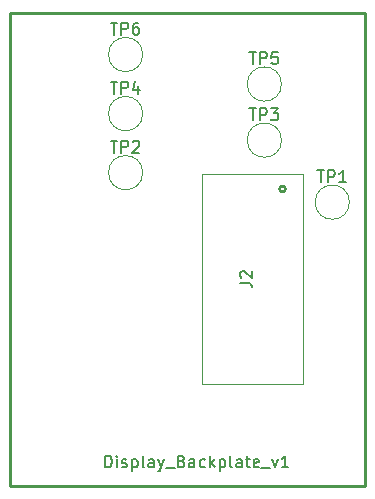
<source format=gbr>
%TF.GenerationSoftware,KiCad,Pcbnew,(5.1.6)-1*%
%TF.CreationDate,2021-10-20T11:15:13+02:00*%
%TF.ProjectId,Display_Backplate_v1,44697370-6c61-4795-9f42-61636b706c61,rev?*%
%TF.SameCoordinates,PX91e9840PY754d4c0*%
%TF.FileFunction,Legend,Top*%
%TF.FilePolarity,Positive*%
%FSLAX46Y46*%
G04 Gerber Fmt 4.6, Leading zero omitted, Abs format (unit mm)*
G04 Created by KiCad (PCBNEW (5.1.6)-1) date 2021-10-20 11:15:13*
%MOMM*%
%LPD*%
G01*
G04 APERTURE LIST*
%ADD10C,0.150000*%
%TA.AperFunction,Profile*%
%ADD11C,0.250000*%
%TD*%
%ADD12C,0.120000*%
%ADD13C,0.250000*%
G04 APERTURE END LIST*
D10*
X8011904Y1547620D02*
X8011904Y2547620D01*
X8250000Y2547620D01*
X8392857Y2500000D01*
X8488095Y2404762D01*
X8535714Y2309524D01*
X8583333Y2119048D01*
X8583333Y1976191D01*
X8535714Y1785715D01*
X8488095Y1690477D01*
X8392857Y1595239D01*
X8250000Y1547620D01*
X8011904Y1547620D01*
X9011904Y1547620D02*
X9011904Y2214286D01*
X9011904Y2547620D02*
X8964285Y2500000D01*
X9011904Y2452381D01*
X9059523Y2500000D01*
X9011904Y2547620D01*
X9011904Y2452381D01*
X9440476Y1595239D02*
X9535714Y1547620D01*
X9726190Y1547620D01*
X9821428Y1595239D01*
X9869047Y1690477D01*
X9869047Y1738096D01*
X9821428Y1833334D01*
X9726190Y1880953D01*
X9583333Y1880953D01*
X9488095Y1928572D01*
X9440476Y2023810D01*
X9440476Y2071429D01*
X9488095Y2166667D01*
X9583333Y2214286D01*
X9726190Y2214286D01*
X9821428Y2166667D01*
X10297619Y2214286D02*
X10297619Y1214286D01*
X10297619Y2166667D02*
X10392857Y2214286D01*
X10583333Y2214286D01*
X10678571Y2166667D01*
X10726190Y2119048D01*
X10773809Y2023810D01*
X10773809Y1738096D01*
X10726190Y1642858D01*
X10678571Y1595239D01*
X10583333Y1547620D01*
X10392857Y1547620D01*
X10297619Y1595239D01*
X11345238Y1547620D02*
X11250000Y1595239D01*
X11202380Y1690477D01*
X11202380Y2547620D01*
X12154761Y1547620D02*
X12154761Y2071429D01*
X12107142Y2166667D01*
X12011904Y2214286D01*
X11821428Y2214286D01*
X11726190Y2166667D01*
X12154761Y1595239D02*
X12059523Y1547620D01*
X11821428Y1547620D01*
X11726190Y1595239D01*
X11678571Y1690477D01*
X11678571Y1785715D01*
X11726190Y1880953D01*
X11821428Y1928572D01*
X12059523Y1928572D01*
X12154761Y1976191D01*
X12535714Y2214286D02*
X12773809Y1547620D01*
X13011904Y2214286D02*
X12773809Y1547620D01*
X12678571Y1309524D01*
X12630952Y1261905D01*
X12535714Y1214286D01*
X13154761Y1452381D02*
X13916666Y1452381D01*
X14488095Y2071429D02*
X14630952Y2023810D01*
X14678571Y1976191D01*
X14726190Y1880953D01*
X14726190Y1738096D01*
X14678571Y1642858D01*
X14630952Y1595239D01*
X14535714Y1547620D01*
X14154761Y1547620D01*
X14154761Y2547620D01*
X14488095Y2547620D01*
X14583333Y2500000D01*
X14630952Y2452381D01*
X14678571Y2357143D01*
X14678571Y2261905D01*
X14630952Y2166667D01*
X14583333Y2119048D01*
X14488095Y2071429D01*
X14154761Y2071429D01*
X15583333Y1547620D02*
X15583333Y2071429D01*
X15535714Y2166667D01*
X15440476Y2214286D01*
X15250000Y2214286D01*
X15154761Y2166667D01*
X15583333Y1595239D02*
X15488095Y1547620D01*
X15250000Y1547620D01*
X15154761Y1595239D01*
X15107142Y1690477D01*
X15107142Y1785715D01*
X15154761Y1880953D01*
X15250000Y1928572D01*
X15488095Y1928572D01*
X15583333Y1976191D01*
X16488095Y1595239D02*
X16392857Y1547620D01*
X16202380Y1547620D01*
X16107142Y1595239D01*
X16059523Y1642858D01*
X16011904Y1738096D01*
X16011904Y2023810D01*
X16059523Y2119048D01*
X16107142Y2166667D01*
X16202380Y2214286D01*
X16392857Y2214286D01*
X16488095Y2166667D01*
X16916666Y1547620D02*
X16916666Y2547620D01*
X17011904Y1928572D02*
X17297619Y1547620D01*
X17297619Y2214286D02*
X16916666Y1833334D01*
X17726190Y2214286D02*
X17726190Y1214286D01*
X17726190Y2166667D02*
X17821428Y2214286D01*
X18011904Y2214286D01*
X18107142Y2166667D01*
X18154761Y2119048D01*
X18202380Y2023810D01*
X18202380Y1738096D01*
X18154761Y1642858D01*
X18107142Y1595239D01*
X18011904Y1547620D01*
X17821428Y1547620D01*
X17726190Y1595239D01*
X18773809Y1547620D02*
X18678571Y1595239D01*
X18630952Y1690477D01*
X18630952Y2547620D01*
X19583333Y1547620D02*
X19583333Y2071429D01*
X19535714Y2166667D01*
X19440476Y2214286D01*
X19250000Y2214286D01*
X19154761Y2166667D01*
X19583333Y1595239D02*
X19488095Y1547620D01*
X19250000Y1547620D01*
X19154761Y1595239D01*
X19107142Y1690477D01*
X19107142Y1785715D01*
X19154761Y1880953D01*
X19250000Y1928572D01*
X19488095Y1928572D01*
X19583333Y1976191D01*
X19916666Y2214286D02*
X20297619Y2214286D01*
X20059523Y2547620D02*
X20059523Y1690477D01*
X20107142Y1595239D01*
X20202380Y1547620D01*
X20297619Y1547620D01*
X21011904Y1595239D02*
X20916666Y1547620D01*
X20726190Y1547620D01*
X20630952Y1595239D01*
X20583333Y1690477D01*
X20583333Y2071429D01*
X20630952Y2166667D01*
X20726190Y2214286D01*
X20916666Y2214286D01*
X21011904Y2166667D01*
X21059523Y2071429D01*
X21059523Y1976191D01*
X20583333Y1880953D01*
X21250000Y1452381D02*
X22011904Y1452381D01*
X22154761Y2214286D02*
X22392857Y1547620D01*
X22630952Y2214286D01*
X23535714Y1547620D02*
X22964285Y1547620D01*
X23250000Y1547620D02*
X23250000Y2547620D01*
X23154761Y2404762D01*
X23059523Y2309524D01*
X22964285Y2261905D01*
D11*
X30000000Y0D02*
X30000000Y40000000D01*
X30000000Y0D02*
X0Y0D01*
X0Y40000000D02*
X30000000Y40000000D01*
X0Y0D02*
X0Y40000000D01*
D12*
%TO.C,J2*%
X24800000Y8600000D02*
X24800000Y26400000D01*
X16200000Y8600000D02*
X24800000Y8600000D01*
X16200000Y26400000D02*
X16200000Y8600000D01*
X24800000Y26400000D02*
X16200000Y26400000D01*
D13*
X23290000Y25120000D02*
G75*
G03*
X23290000Y25120000I-250000J0D01*
G01*
D12*
%TO.C,TP6*%
X11200000Y36500000D02*
G75*
G03*
X11200000Y36500000I-1450000J0D01*
G01*
%TO.C,TP5*%
X22950000Y34000000D02*
G75*
G03*
X22950000Y34000000I-1450000J0D01*
G01*
%TO.C,TP4*%
X11200000Y31500000D02*
G75*
G03*
X11200000Y31500000I-1450000J0D01*
G01*
%TO.C,TP3*%
X22950000Y29250000D02*
G75*
G03*
X22950000Y29250000I-1450000J0D01*
G01*
%TO.C,TP2*%
X11200000Y26500000D02*
G75*
G03*
X11200000Y26500000I-1450000J0D01*
G01*
%TO.C,TP1*%
X28700000Y24000000D02*
G75*
G03*
X28700000Y24000000I-1450000J0D01*
G01*
%TD*%
%TO.C,J2*%
D10*
X19452380Y17166667D02*
X20166666Y17166667D01*
X20309523Y17119048D01*
X20404761Y17023810D01*
X20452380Y16880953D01*
X20452380Y16785715D01*
X19547619Y17595239D02*
X19500000Y17642858D01*
X19452380Y17738096D01*
X19452380Y17976191D01*
X19500000Y18071429D01*
X19547619Y18119048D01*
X19642857Y18166667D01*
X19738095Y18166667D01*
X19880952Y18119048D01*
X20452380Y17547620D01*
X20452380Y18166667D01*
%TO.C,TP6*%
X8488095Y39195620D02*
X9059523Y39195620D01*
X8773809Y38195620D02*
X8773809Y39195620D01*
X9392857Y38195620D02*
X9392857Y39195620D01*
X9773809Y39195620D01*
X9869047Y39148000D01*
X9916666Y39100381D01*
X9964285Y39005143D01*
X9964285Y38862286D01*
X9916666Y38767048D01*
X9869047Y38719429D01*
X9773809Y38671810D01*
X9392857Y38671810D01*
X10821428Y39195620D02*
X10630952Y39195620D01*
X10535714Y39148000D01*
X10488095Y39100381D01*
X10392857Y38957524D01*
X10345238Y38767048D01*
X10345238Y38386096D01*
X10392857Y38290858D01*
X10440476Y38243239D01*
X10535714Y38195620D01*
X10726190Y38195620D01*
X10821428Y38243239D01*
X10869047Y38290858D01*
X10916666Y38386096D01*
X10916666Y38624191D01*
X10869047Y38719429D01*
X10821428Y38767048D01*
X10726190Y38814667D01*
X10535714Y38814667D01*
X10440476Y38767048D01*
X10392857Y38719429D01*
X10345238Y38624191D01*
%TO.C,TP5*%
X20238095Y36695620D02*
X20809523Y36695620D01*
X20523809Y35695620D02*
X20523809Y36695620D01*
X21142857Y35695620D02*
X21142857Y36695620D01*
X21523809Y36695620D01*
X21619047Y36648000D01*
X21666666Y36600381D01*
X21714285Y36505143D01*
X21714285Y36362286D01*
X21666666Y36267048D01*
X21619047Y36219429D01*
X21523809Y36171810D01*
X21142857Y36171810D01*
X22619047Y36695620D02*
X22142857Y36695620D01*
X22095238Y36219429D01*
X22142857Y36267048D01*
X22238095Y36314667D01*
X22476190Y36314667D01*
X22571428Y36267048D01*
X22619047Y36219429D01*
X22666666Y36124191D01*
X22666666Y35886096D01*
X22619047Y35790858D01*
X22571428Y35743239D01*
X22476190Y35695620D01*
X22238095Y35695620D01*
X22142857Y35743239D01*
X22095238Y35790858D01*
%TO.C,TP4*%
X8488095Y34195620D02*
X9059523Y34195620D01*
X8773809Y33195620D02*
X8773809Y34195620D01*
X9392857Y33195620D02*
X9392857Y34195620D01*
X9773809Y34195620D01*
X9869047Y34148000D01*
X9916666Y34100381D01*
X9964285Y34005143D01*
X9964285Y33862286D01*
X9916666Y33767048D01*
X9869047Y33719429D01*
X9773809Y33671810D01*
X9392857Y33671810D01*
X10821428Y33862286D02*
X10821428Y33195620D01*
X10583333Y34243239D02*
X10345238Y33528953D01*
X10964285Y33528953D01*
%TO.C,TP3*%
X20238095Y31945620D02*
X20809523Y31945620D01*
X20523809Y30945620D02*
X20523809Y31945620D01*
X21142857Y30945620D02*
X21142857Y31945620D01*
X21523809Y31945620D01*
X21619047Y31898000D01*
X21666666Y31850381D01*
X21714285Y31755143D01*
X21714285Y31612286D01*
X21666666Y31517048D01*
X21619047Y31469429D01*
X21523809Y31421810D01*
X21142857Y31421810D01*
X22047619Y31945620D02*
X22666666Y31945620D01*
X22333333Y31564667D01*
X22476190Y31564667D01*
X22571428Y31517048D01*
X22619047Y31469429D01*
X22666666Y31374191D01*
X22666666Y31136096D01*
X22619047Y31040858D01*
X22571428Y30993239D01*
X22476190Y30945620D01*
X22190476Y30945620D01*
X22095238Y30993239D01*
X22047619Y31040858D01*
%TO.C,TP2*%
X8488095Y29195620D02*
X9059523Y29195620D01*
X8773809Y28195620D02*
X8773809Y29195620D01*
X9392857Y28195620D02*
X9392857Y29195620D01*
X9773809Y29195620D01*
X9869047Y29148000D01*
X9916666Y29100381D01*
X9964285Y29005143D01*
X9964285Y28862286D01*
X9916666Y28767048D01*
X9869047Y28719429D01*
X9773809Y28671810D01*
X9392857Y28671810D01*
X10345238Y29100381D02*
X10392857Y29148000D01*
X10488095Y29195620D01*
X10726190Y29195620D01*
X10821428Y29148000D01*
X10869047Y29100381D01*
X10916666Y29005143D01*
X10916666Y28909905D01*
X10869047Y28767048D01*
X10297619Y28195620D01*
X10916666Y28195620D01*
%TO.C,TP1*%
X25988095Y26695620D02*
X26559523Y26695620D01*
X26273809Y25695620D02*
X26273809Y26695620D01*
X26892857Y25695620D02*
X26892857Y26695620D01*
X27273809Y26695620D01*
X27369047Y26648000D01*
X27416666Y26600381D01*
X27464285Y26505143D01*
X27464285Y26362286D01*
X27416666Y26267048D01*
X27369047Y26219429D01*
X27273809Y26171810D01*
X26892857Y26171810D01*
X28416666Y25695620D02*
X27845238Y25695620D01*
X28130952Y25695620D02*
X28130952Y26695620D01*
X28035714Y26552762D01*
X27940476Y26457524D01*
X27845238Y26409905D01*
%TD*%
M02*

</source>
